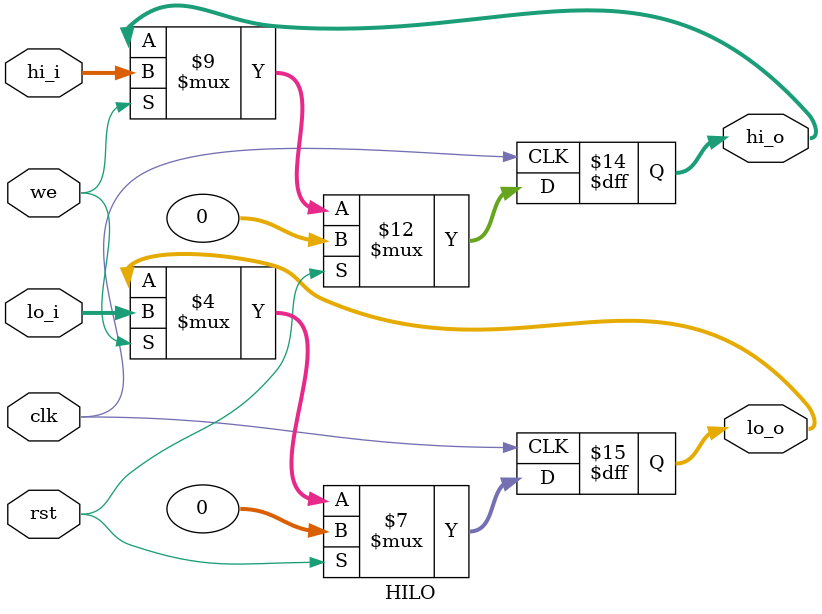
<source format=v>
module HILO(
    input wire clk,
    input wire rst,
    
    //Ð´¶Ë¿Ú
    input wire we,
    input wire[31:0] hi_i,
    input wire[31:0] lo_i,
    
    //¶Á¶Ë¿Ú
    output reg[31:0] hi_o=32'd2,
    output reg[31:0] lo_o=32'd2
    );
        always @ (posedge clk) begin
            if (rst) begin
                hi_o <= 32'd0;
                lo_o <= 32'd0;
            end else if((we)) begin //Ð´Ê¹ÄÜÐÅºÅÎª¸ß
                hi_o <= hi_i;
                lo_o <=lo_i;
            end
//            else begin
//                hi_o <= 32'd2;
//                lo_o <= 32'd2;
//            end
         end
         
endmodule

</source>
